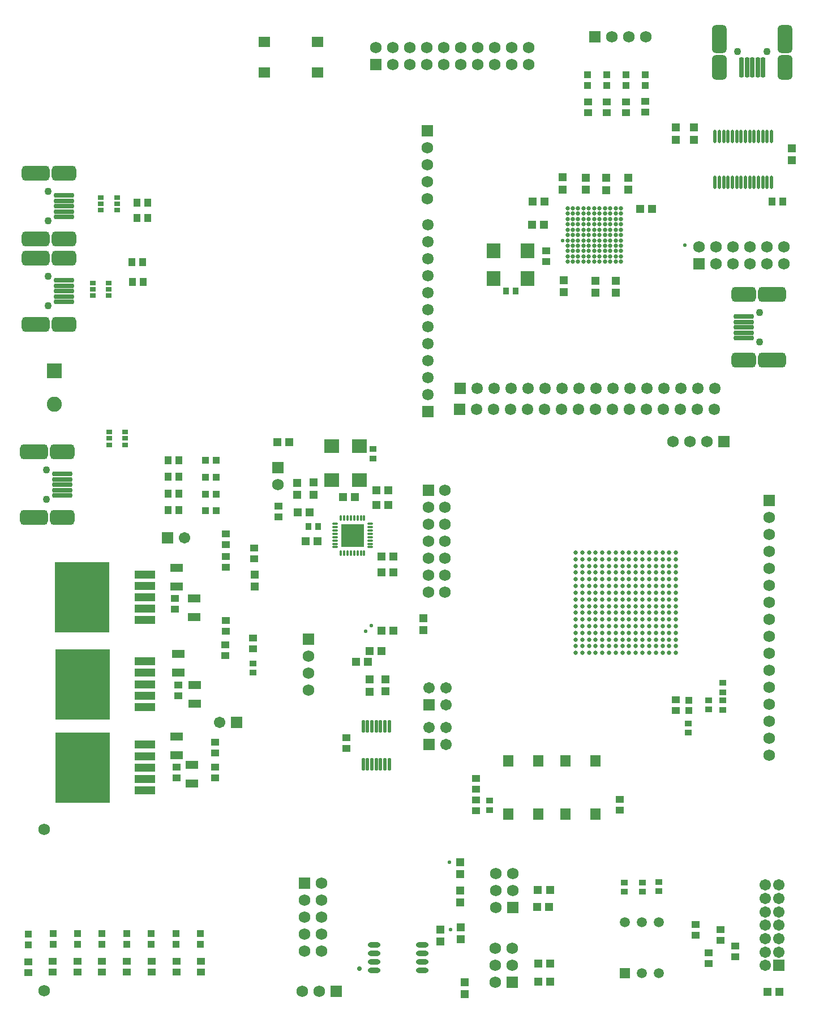
<source format=gts>
G04 Layer_Color=8388736*
%FSLAX44Y44*%
%MOMM*%
G71*
G01*
G75*
%ADD91R,1.2032X1.1032*%
%ADD92R,1.3032X1.3032*%
%ADD93R,1.0032X1.0032*%
%ADD94R,0.9032X0.6532*%
%ADD95R,1.1032X0.9032*%
%ADD96R,1.1032X1.2032*%
%ADD97R,1.3032X1.3032*%
%ADD98O,0.5532X1.9032*%
%ADD99C,0.6532*%
%ADD100O,1.9032X0.8032*%
%ADD101R,1.7532X1.5032*%
%ADD102R,2.0032X2.2032*%
G04:AMPARAMS|DCode=103|XSize=3.7032mm|YSize=2.2532mm|CornerRadius=0.6141mm|HoleSize=0mm|Usage=FLASHONLY|Rotation=180.000|XOffset=0mm|YOffset=0mm|HoleType=Round|Shape=RoundedRectangle|*
%AMROUNDEDRECTD103*
21,1,3.7032,1.0250,0,0,180.0*
21,1,2.4750,2.2532,0,0,180.0*
1,1,1.2282,-1.2375,0.5125*
1,1,1.2282,1.2375,0.5125*
1,1,1.2282,1.2375,-0.5125*
1,1,1.2282,-1.2375,-0.5125*
%
%ADD103ROUNDEDRECTD103*%
G04:AMPARAMS|DCode=104|XSize=4.2032mm|YSize=2.2532mm|CornerRadius=0.6141mm|HoleSize=0mm|Usage=FLASHONLY|Rotation=180.000|XOffset=0mm|YOffset=0mm|HoleType=Round|Shape=RoundedRectangle|*
%AMROUNDEDRECTD104*
21,1,4.2032,1.0250,0,0,180.0*
21,1,2.9750,2.2532,0,0,180.0*
1,1,1.2282,-1.4875,0.5125*
1,1,1.2282,1.4875,0.5125*
1,1,1.2282,1.4875,-0.5125*
1,1,1.2282,-1.4875,-0.5125*
%
%ADD104ROUNDEDRECTD104*%
G04:AMPARAMS|DCode=105|XSize=3.7032mm|YSize=2.2532mm|CornerRadius=0.6141mm|HoleSize=0mm|Usage=FLASHONLY|Rotation=180.000|XOffset=0mm|YOffset=0mm|HoleType=Round|Shape=RoundedRectangle|*
%AMROUNDEDRECTD105*
21,1,3.7032,1.0250,0,0,180.0*
21,1,2.4750,2.2532,0,0,180.0*
1,1,1.2282,-1.2375,0.5125*
1,1,1.2282,1.2375,0.5125*
1,1,1.2282,1.2375,-0.5125*
1,1,1.2282,-1.2375,-0.5125*
%
%ADD105ROUNDEDRECTD105*%
G04:AMPARAMS|DCode=106|XSize=3.0032mm|YSize=0.7032mm|CornerRadius=0.2266mm|HoleSize=0mm|Usage=FLASHONLY|Rotation=180.000|XOffset=0mm|YOffset=0mm|HoleType=Round|Shape=RoundedRectangle|*
%AMROUNDEDRECTD106*
21,1,3.0032,0.2500,0,0,180.0*
21,1,2.5500,0.7032,0,0,180.0*
1,1,0.4532,-1.2750,0.1250*
1,1,0.4532,1.2750,0.1250*
1,1,0.4532,1.2750,-0.1250*
1,1,0.4532,-1.2750,-0.1250*
%
%ADD106ROUNDEDRECTD106*%
%ADD107O,0.5532X2.0032*%
%ADD108R,0.9032X1.1032*%
%ADD109R,1.0032X1.0032*%
%ADD110R,1.5032X1.7532*%
%ADD111R,1.9032X1.1532*%
%ADD112R,3.4400X3.4400*%
%ADD113O,0.8300X0.4200*%
%ADD114O,0.4200X0.8300*%
%ADD115R,2.2032X2.0032*%
G04:AMPARAMS|DCode=116|XSize=3.7032mm|YSize=2.2532mm|CornerRadius=0.6141mm|HoleSize=0mm|Usage=FLASHONLY|Rotation=90.000|XOffset=0mm|YOffset=0mm|HoleType=Round|Shape=RoundedRectangle|*
%AMROUNDEDRECTD116*
21,1,3.7032,1.0250,0,0,90.0*
21,1,2.4750,2.2532,0,0,90.0*
1,1,1.2282,0.5125,1.2375*
1,1,1.2282,0.5125,-1.2375*
1,1,1.2282,-0.5125,-1.2375*
1,1,1.2282,-0.5125,1.2375*
%
%ADD116ROUNDEDRECTD116*%
G04:AMPARAMS|DCode=117|XSize=4.2032mm|YSize=2.2532mm|CornerRadius=0.6141mm|HoleSize=0mm|Usage=FLASHONLY|Rotation=90.000|XOffset=0mm|YOffset=0mm|HoleType=Round|Shape=RoundedRectangle|*
%AMROUNDEDRECTD117*
21,1,4.2032,1.0250,0,0,90.0*
21,1,2.9750,2.2532,0,0,90.0*
1,1,1.2282,0.5125,1.4875*
1,1,1.2282,0.5125,-1.4875*
1,1,1.2282,-0.5125,-1.4875*
1,1,1.2282,-0.5125,1.4875*
%
%ADD117ROUNDEDRECTD117*%
G04:AMPARAMS|DCode=118|XSize=3.7032mm|YSize=2.2532mm|CornerRadius=0.6141mm|HoleSize=0mm|Usage=FLASHONLY|Rotation=90.000|XOffset=0mm|YOffset=0mm|HoleType=Round|Shape=RoundedRectangle|*
%AMROUNDEDRECTD118*
21,1,3.7032,1.0250,0,0,90.0*
21,1,2.4750,2.2532,0,0,90.0*
1,1,1.2282,0.5125,1.2375*
1,1,1.2282,0.5125,-1.2375*
1,1,1.2282,-0.5125,-1.2375*
1,1,1.2282,-0.5125,1.2375*
%
%ADD118ROUNDEDRECTD118*%
G04:AMPARAMS|DCode=119|XSize=3.0032mm|YSize=0.7032mm|CornerRadius=0.2266mm|HoleSize=0mm|Usage=FLASHONLY|Rotation=90.000|XOffset=0mm|YOffset=0mm|HoleType=Round|Shape=RoundedRectangle|*
%AMROUNDEDRECTD119*
21,1,3.0032,0.2500,0,0,90.0*
21,1,2.5500,0.7032,0,0,90.0*
1,1,0.4532,0.1250,1.2750*
1,1,0.4532,0.1250,-1.2750*
1,1,0.4532,-0.1250,-1.2750*
1,1,0.4532,-0.1250,1.2750*
%
%ADD119ROUNDEDRECTD119*%
%ADD120R,8.2032X10.6032*%
%ADD121R,3.1032X1.2032*%
%ADD122R,1.7532X1.7532*%
%ADD123C,1.7532*%
%ADD124R,1.7232X1.7232*%
%ADD125C,1.7232*%
%ADD126R,1.7232X1.7232*%
%ADD127R,1.7532X1.7532*%
%ADD128R,2.2532X2.2532*%
%ADD129C,2.2532*%
%ADD130C,1.1032*%
%ADD131R,1.7032X1.7032*%
%ADD132C,1.7032*%
%ADD133R,1.7032X1.7032*%
%ADD134R,1.5032X1.5032*%
%ADD135C,1.5032*%
%ADD136C,0.5532*%
%ADD137C,0.7032*%
D91*
X333500Y698000D02*
D03*
Y714000D02*
D03*
X333750Y664250D02*
D03*
Y680250D02*
D03*
X296749Y58750D02*
D03*
Y74750D02*
D03*
X259750Y58750D02*
D03*
Y74750D02*
D03*
X222750Y58749D02*
D03*
Y74749D02*
D03*
X185749Y58750D02*
D03*
Y74750D02*
D03*
X148749Y58750D02*
D03*
Y74750D02*
D03*
X111750Y58750D02*
D03*
Y74750D02*
D03*
X74749Y58749D02*
D03*
Y74749D02*
D03*
X38250Y58250D02*
D03*
Y74250D02*
D03*
X1006750Y466250D02*
D03*
Y450250D02*
D03*
X1036500Y130250D02*
D03*
Y114250D02*
D03*
X1074000Y122250D02*
D03*
Y106250D02*
D03*
X1095500Y82000D02*
D03*
Y98000D02*
D03*
X1056167Y71750D02*
D03*
Y87750D02*
D03*
X960767Y1345000D02*
D03*
Y1361000D02*
D03*
X875439Y1344294D02*
D03*
Y1360294D02*
D03*
X903882Y1344500D02*
D03*
Y1360500D02*
D03*
X932324Y1344250D02*
D03*
Y1360250D02*
D03*
X514500Y409250D02*
D03*
Y393250D02*
D03*
X813250Y1121750D02*
D03*
Y1137750D02*
D03*
X317700Y386700D02*
D03*
Y402700D02*
D03*
X317450Y349450D02*
D03*
Y365450D02*
D03*
X376500Y677250D02*
D03*
Y693250D02*
D03*
X333250Y532250D02*
D03*
Y548250D02*
D03*
X333500Y568500D02*
D03*
Y584500D02*
D03*
X412750Y739700D02*
D03*
Y755700D02*
D03*
X260500Y365250D02*
D03*
Y349250D02*
D03*
X262500Y488000D02*
D03*
Y472000D02*
D03*
X374750Y542750D02*
D03*
Y558750D02*
D03*
X257500Y618000D02*
D03*
Y602000D02*
D03*
X707750Y300500D02*
D03*
Y316500D02*
D03*
X707750Y348250D02*
D03*
Y332250D02*
D03*
X923250Y301250D02*
D03*
Y317250D02*
D03*
D92*
X584500Y656700D02*
D03*
X566500D02*
D03*
X1162000Y29000D02*
D03*
X1144000D02*
D03*
X818500Y181500D02*
D03*
X800500D02*
D03*
X817500Y156000D02*
D03*
X799500D02*
D03*
X819250Y44500D02*
D03*
X801250D02*
D03*
X819000Y71500D02*
D03*
X801000D02*
D03*
X584250Y680700D02*
D03*
X566250D02*
D03*
X508750Y769700D02*
D03*
X526750D02*
D03*
X792250Y1211250D02*
D03*
X810250D02*
D03*
X792000Y1177000D02*
D03*
X810000D02*
D03*
X452750Y702950D02*
D03*
X470750D02*
D03*
X576999Y757450D02*
D03*
X558999D02*
D03*
X528500Y523000D02*
D03*
X546500D02*
D03*
X566750Y539000D02*
D03*
X548750D02*
D03*
X584750Y569750D02*
D03*
X566750D02*
D03*
X971250Y1200500D02*
D03*
X953250D02*
D03*
X441000Y746700D02*
D03*
X459000D02*
D03*
X428750Y851450D02*
D03*
X410750D02*
D03*
X576750Y779450D02*
D03*
X558750D02*
D03*
D93*
X295750Y116250D02*
D03*
Y100250D02*
D03*
X259000Y116250D02*
D03*
Y100250D02*
D03*
X222250Y116250D02*
D03*
Y100250D02*
D03*
X185500Y116250D02*
D03*
Y100250D02*
D03*
X148750Y116250D02*
D03*
Y100250D02*
D03*
X112000Y116250D02*
D03*
Y100250D02*
D03*
X1026750Y449750D02*
D03*
Y465750D02*
D03*
X38000Y116000D02*
D03*
Y100000D02*
D03*
X75250Y116250D02*
D03*
Y100250D02*
D03*
X874689Y1384750D02*
D03*
Y1400750D02*
D03*
X903631Y1384750D02*
D03*
Y1400750D02*
D03*
X932574Y1384750D02*
D03*
Y1400750D02*
D03*
X961517Y1384750D02*
D03*
Y1400750D02*
D03*
D94*
X158750Y1089750D02*
D03*
Y1080250D02*
D03*
Y1070750D02*
D03*
X134750D02*
D03*
Y1080250D02*
D03*
Y1089750D02*
D03*
X159250Y847500D02*
D03*
Y857000D02*
D03*
Y866500D02*
D03*
X183250D02*
D03*
Y857000D02*
D03*
Y847500D02*
D03*
X171000Y1217500D02*
D03*
Y1208000D02*
D03*
Y1198500D02*
D03*
X147000D02*
D03*
Y1208000D02*
D03*
Y1217500D02*
D03*
D95*
X1056250Y451750D02*
D03*
Y465750D02*
D03*
X1025750Y416750D02*
D03*
Y430750D02*
D03*
X1077250Y477500D02*
D03*
Y491500D02*
D03*
X1077250Y451250D02*
D03*
Y465250D02*
D03*
X981250Y180000D02*
D03*
Y194000D02*
D03*
X956750Y179000D02*
D03*
Y193000D02*
D03*
X930000Y179000D02*
D03*
Y193000D02*
D03*
X373984Y520750D02*
D03*
Y506750D02*
D03*
X553750Y827200D02*
D03*
Y841200D02*
D03*
X728250Y301250D02*
D03*
Y315250D02*
D03*
D96*
X263750Y799666D02*
D03*
X247750D02*
D03*
X247750Y749500D02*
D03*
X263750D02*
D03*
X247750Y774583D02*
D03*
X263750D02*
D03*
X263750Y824750D02*
D03*
X247750D02*
D03*
X1167000Y1211000D02*
D03*
X1151000D02*
D03*
X216750Y1186750D02*
D03*
X200750D02*
D03*
X217000Y1210000D02*
D03*
X201000D02*
D03*
X209000Y1121000D02*
D03*
X193000D02*
D03*
X210000Y1091000D02*
D03*
X194000D02*
D03*
D97*
X1006700Y1304002D02*
D03*
Y1322002D02*
D03*
X1033950Y1304002D02*
D03*
Y1322002D02*
D03*
X691250Y25750D02*
D03*
Y43750D02*
D03*
X685000Y126000D02*
D03*
Y108000D02*
D03*
X684250Y163250D02*
D03*
Y181250D02*
D03*
Y223250D02*
D03*
Y205250D02*
D03*
X654250Y122500D02*
D03*
Y104500D02*
D03*
X935750Y1228750D02*
D03*
Y1246750D02*
D03*
X839500Y1075500D02*
D03*
Y1093500D02*
D03*
X902750Y1246500D02*
D03*
Y1228500D02*
D03*
X872000Y1247250D02*
D03*
Y1229250D02*
D03*
X837250Y1247500D02*
D03*
Y1229500D02*
D03*
X916750Y1092750D02*
D03*
Y1074750D02*
D03*
X886250D02*
D03*
Y1092750D02*
D03*
X376750Y635500D02*
D03*
Y653500D02*
D03*
X548500Y478500D02*
D03*
Y496500D02*
D03*
X572750Y478750D02*
D03*
Y496750D02*
D03*
X440750Y790450D02*
D03*
Y772450D02*
D03*
X465250Y790950D02*
D03*
Y772950D02*
D03*
X629500Y588500D02*
D03*
Y570500D02*
D03*
X1180200Y1290752D02*
D03*
Y1272752D02*
D03*
D98*
X578250Y426500D02*
D03*
X571750D02*
D03*
X565250D02*
D03*
X558750D02*
D03*
X552250D02*
D03*
X545750D02*
D03*
X539250D02*
D03*
X578250Y369500D02*
D03*
X571750D02*
D03*
X565250D02*
D03*
X558750D02*
D03*
X552250D02*
D03*
X545750D02*
D03*
X539250D02*
D03*
D99*
X856973Y686352D02*
D03*
X866973D02*
D03*
X876973D02*
D03*
X886973D02*
D03*
X896973D02*
D03*
X906973D02*
D03*
X916973D02*
D03*
X926973D02*
D03*
X936973D02*
D03*
X946973D02*
D03*
X956973D02*
D03*
X966973D02*
D03*
X976973D02*
D03*
X986973D02*
D03*
X996973D02*
D03*
X1006973D02*
D03*
X856973Y676352D02*
D03*
X866973D02*
D03*
X876973D02*
D03*
X886973D02*
D03*
X896973D02*
D03*
X906973D02*
D03*
X916973D02*
D03*
X926973D02*
D03*
X936973D02*
D03*
X946973D02*
D03*
X956973D02*
D03*
X966973D02*
D03*
X976973D02*
D03*
X986973D02*
D03*
X996973D02*
D03*
X1006973D02*
D03*
X856973Y666352D02*
D03*
X866973D02*
D03*
X876973D02*
D03*
X886973D02*
D03*
X896973D02*
D03*
X906973D02*
D03*
X916973D02*
D03*
X926973D02*
D03*
X936973D02*
D03*
X946973D02*
D03*
X956973D02*
D03*
X966973D02*
D03*
X976973D02*
D03*
X986973D02*
D03*
X996973D02*
D03*
X1006973D02*
D03*
X856973Y656352D02*
D03*
X866973D02*
D03*
X876973D02*
D03*
X886973D02*
D03*
X896973D02*
D03*
X906973D02*
D03*
X916973D02*
D03*
X926973D02*
D03*
X936973D02*
D03*
X946973D02*
D03*
X956973D02*
D03*
X966973D02*
D03*
X976973D02*
D03*
X986973D02*
D03*
X996973D02*
D03*
X1006973D02*
D03*
X856973Y646352D02*
D03*
X866973D02*
D03*
X876973D02*
D03*
X886973D02*
D03*
X896973D02*
D03*
X906973D02*
D03*
X916973D02*
D03*
X926973D02*
D03*
X936973D02*
D03*
X946973D02*
D03*
X956973D02*
D03*
X966973D02*
D03*
X976973D02*
D03*
X986973D02*
D03*
X996973D02*
D03*
X1006973D02*
D03*
X856973Y636352D02*
D03*
X866973D02*
D03*
X876973D02*
D03*
X886973D02*
D03*
X896973D02*
D03*
X906973D02*
D03*
X916973D02*
D03*
X926973D02*
D03*
X936973D02*
D03*
X946973D02*
D03*
X956973D02*
D03*
X966973D02*
D03*
X976973D02*
D03*
X986973D02*
D03*
X996973D02*
D03*
X1006973D02*
D03*
X856973Y626352D02*
D03*
X866973D02*
D03*
X876973D02*
D03*
X886973D02*
D03*
X896973D02*
D03*
X906973D02*
D03*
X916973D02*
D03*
X926973D02*
D03*
X936973D02*
D03*
X946973D02*
D03*
X956973D02*
D03*
X966973D02*
D03*
X976973D02*
D03*
X986973D02*
D03*
X996973D02*
D03*
X1006973D02*
D03*
X856973Y616352D02*
D03*
X866973D02*
D03*
X876973D02*
D03*
X886973D02*
D03*
X896973D02*
D03*
X906973D02*
D03*
X916973D02*
D03*
X926973D02*
D03*
X936973D02*
D03*
X946973D02*
D03*
X956973D02*
D03*
X966973D02*
D03*
X976973D02*
D03*
X986973D02*
D03*
X996973D02*
D03*
X1006973D02*
D03*
X856973Y606352D02*
D03*
X866973D02*
D03*
X876973D02*
D03*
X886973D02*
D03*
X896973D02*
D03*
X906973D02*
D03*
X916973D02*
D03*
X926973D02*
D03*
X936973D02*
D03*
X946973D02*
D03*
X956973D02*
D03*
X966973D02*
D03*
X976973D02*
D03*
X986973D02*
D03*
X996973D02*
D03*
X1006973D02*
D03*
X856973Y596351D02*
D03*
X866973D02*
D03*
X876973D02*
D03*
X886973D02*
D03*
X896973D02*
D03*
X906973D02*
D03*
X916973D02*
D03*
X926973D02*
D03*
X936973D02*
D03*
X946973D02*
D03*
X956973D02*
D03*
X966973D02*
D03*
X976973D02*
D03*
X986973D02*
D03*
X996973D02*
D03*
X1006973D02*
D03*
X856973Y586351D02*
D03*
X866973D02*
D03*
X876973D02*
D03*
X886973D02*
D03*
X896973D02*
D03*
X906973D02*
D03*
X916973D02*
D03*
X926973D02*
D03*
X936973D02*
D03*
X946973D02*
D03*
X956973D02*
D03*
X966973D02*
D03*
X976973D02*
D03*
X986973D02*
D03*
X996973D02*
D03*
X1006973D02*
D03*
X856973Y576351D02*
D03*
X866973D02*
D03*
X876973D02*
D03*
X886973D02*
D03*
X896973D02*
D03*
X906973D02*
D03*
X916973D02*
D03*
X926973D02*
D03*
X936973D02*
D03*
X946973D02*
D03*
X956973D02*
D03*
X966973D02*
D03*
X976973D02*
D03*
X986973D02*
D03*
X996973D02*
D03*
X1006973D02*
D03*
X856973Y566351D02*
D03*
X866973D02*
D03*
X876973D02*
D03*
X886973D02*
D03*
X896973D02*
D03*
X906973D02*
D03*
X916973D02*
D03*
X926973D02*
D03*
X936973D02*
D03*
X946973D02*
D03*
X956973D02*
D03*
X966973D02*
D03*
X976973D02*
D03*
X986973D02*
D03*
X996973D02*
D03*
X1006973D02*
D03*
X856973Y556351D02*
D03*
X866973D02*
D03*
X876973D02*
D03*
X886973D02*
D03*
X896973D02*
D03*
X906973D02*
D03*
X916973D02*
D03*
X926973D02*
D03*
X936973D02*
D03*
X946973D02*
D03*
X956973D02*
D03*
X966973D02*
D03*
X976973D02*
D03*
X986973D02*
D03*
X996973D02*
D03*
X1006973D02*
D03*
X856973Y546351D02*
D03*
X866973D02*
D03*
X876973D02*
D03*
X886973D02*
D03*
X896973D02*
D03*
X906973D02*
D03*
X916973D02*
D03*
X926973D02*
D03*
X936973D02*
D03*
X946973D02*
D03*
X956973D02*
D03*
X966973D02*
D03*
X976973D02*
D03*
X986973D02*
D03*
X996973D02*
D03*
X1006973D02*
D03*
X856973Y536351D02*
D03*
X866973D02*
D03*
X876973D02*
D03*
X886973D02*
D03*
X896973D02*
D03*
X906973D02*
D03*
X916973D02*
D03*
X926973D02*
D03*
X936973D02*
D03*
X946973D02*
D03*
X956973D02*
D03*
X966973D02*
D03*
X976973D02*
D03*
X986973D02*
D03*
X996973D02*
D03*
X1006973D02*
D03*
X924748Y1201242D02*
D03*
Y1193242D02*
D03*
Y1185241D02*
D03*
Y1177242D02*
D03*
Y1169241D02*
D03*
Y1161242D02*
D03*
Y1153242D02*
D03*
Y1145242D02*
D03*
Y1137241D02*
D03*
Y1129241D02*
D03*
Y1121241D02*
D03*
X916748Y1201242D02*
D03*
Y1193242D02*
D03*
Y1185241D02*
D03*
Y1177242D02*
D03*
Y1169241D02*
D03*
Y1161242D02*
D03*
Y1153242D02*
D03*
Y1145242D02*
D03*
Y1137241D02*
D03*
Y1129241D02*
D03*
Y1121241D02*
D03*
X908748Y1201242D02*
D03*
Y1193242D02*
D03*
Y1185241D02*
D03*
Y1177242D02*
D03*
Y1169241D02*
D03*
Y1161242D02*
D03*
Y1153242D02*
D03*
Y1145242D02*
D03*
Y1137241D02*
D03*
Y1129241D02*
D03*
Y1121241D02*
D03*
X900748Y1201242D02*
D03*
Y1193242D02*
D03*
Y1185241D02*
D03*
Y1177242D02*
D03*
Y1169241D02*
D03*
Y1161242D02*
D03*
Y1153242D02*
D03*
Y1145242D02*
D03*
Y1137241D02*
D03*
Y1129241D02*
D03*
Y1121241D02*
D03*
X892748Y1201242D02*
D03*
Y1193242D02*
D03*
Y1185241D02*
D03*
Y1177242D02*
D03*
Y1169241D02*
D03*
Y1161242D02*
D03*
Y1153242D02*
D03*
Y1145242D02*
D03*
Y1137241D02*
D03*
Y1129241D02*
D03*
Y1121241D02*
D03*
X884748Y1201242D02*
D03*
Y1193242D02*
D03*
Y1185241D02*
D03*
Y1177242D02*
D03*
Y1169241D02*
D03*
Y1161242D02*
D03*
Y1153242D02*
D03*
Y1145242D02*
D03*
Y1137241D02*
D03*
Y1129241D02*
D03*
Y1121241D02*
D03*
X876748Y1201242D02*
D03*
Y1193242D02*
D03*
Y1185241D02*
D03*
Y1177242D02*
D03*
Y1169241D02*
D03*
Y1161242D02*
D03*
Y1153242D02*
D03*
Y1145242D02*
D03*
Y1137241D02*
D03*
Y1129241D02*
D03*
Y1121241D02*
D03*
X868748Y1201242D02*
D03*
Y1193242D02*
D03*
Y1185241D02*
D03*
Y1177242D02*
D03*
Y1169241D02*
D03*
Y1161242D02*
D03*
Y1153242D02*
D03*
Y1145242D02*
D03*
Y1137241D02*
D03*
Y1129241D02*
D03*
Y1121241D02*
D03*
X860748Y1201242D02*
D03*
Y1193242D02*
D03*
Y1185241D02*
D03*
Y1177242D02*
D03*
Y1169241D02*
D03*
Y1161242D02*
D03*
Y1153242D02*
D03*
Y1145242D02*
D03*
Y1137241D02*
D03*
Y1129241D02*
D03*
Y1121241D02*
D03*
X852748Y1201242D02*
D03*
Y1193242D02*
D03*
Y1185241D02*
D03*
Y1177242D02*
D03*
Y1169241D02*
D03*
Y1161242D02*
D03*
Y1153242D02*
D03*
Y1145242D02*
D03*
Y1137241D02*
D03*
Y1129241D02*
D03*
Y1121241D02*
D03*
X844748Y1201242D02*
D03*
Y1193242D02*
D03*
Y1185241D02*
D03*
Y1177242D02*
D03*
Y1169241D02*
D03*
Y1161242D02*
D03*
Y1153242D02*
D03*
Y1145242D02*
D03*
Y1137241D02*
D03*
Y1129241D02*
D03*
Y1121241D02*
D03*
D100*
X627500Y61700D02*
D03*
Y74400D02*
D03*
Y87100D02*
D03*
Y99800D02*
D03*
X556000Y61700D02*
D03*
Y74400D02*
D03*
Y87100D02*
D03*
Y99800D02*
D03*
D101*
X470500Y1449750D02*
D03*
Y1404750D02*
D03*
X391000D02*
D03*
Y1449750D02*
D03*
D102*
X734450Y1137750D02*
D03*
X785250D02*
D03*
Y1095750D02*
D03*
X734450D02*
D03*
D103*
X89250Y837000D02*
D03*
X1108500Y974000D02*
D03*
X91750Y1253750D02*
D03*
X91500Y1126500D02*
D03*
D104*
X46750Y837000D02*
D03*
Y738500D02*
D03*
X1151000Y974000D02*
D03*
Y1072500D02*
D03*
X49250Y1253750D02*
D03*
Y1155250D02*
D03*
X49000Y1126500D02*
D03*
Y1028000D02*
D03*
D105*
X89250Y738500D02*
D03*
X1108500Y1072500D02*
D03*
X91750Y1155250D02*
D03*
X91500Y1028000D02*
D03*
D106*
X89000Y795750D02*
D03*
Y803750D02*
D03*
Y779750D02*
D03*
Y771750D02*
D03*
Y787750D02*
D03*
X1108750Y1015250D02*
D03*
Y1007250D02*
D03*
Y1031250D02*
D03*
Y1039250D02*
D03*
Y1023250D02*
D03*
X91500Y1212500D02*
D03*
Y1220500D02*
D03*
Y1196500D02*
D03*
Y1188500D02*
D03*
Y1204500D02*
D03*
X91250Y1085250D02*
D03*
Y1093250D02*
D03*
Y1069250D02*
D03*
Y1061250D02*
D03*
Y1077250D02*
D03*
D107*
X1065400Y1240500D02*
D03*
X1071900D02*
D03*
X1078400D02*
D03*
X1084900D02*
D03*
X1091400D02*
D03*
X1097900D02*
D03*
X1104400D02*
D03*
X1110900D02*
D03*
X1117400D02*
D03*
X1123900D02*
D03*
X1130400D02*
D03*
X1136900D02*
D03*
X1143400D02*
D03*
X1149900D02*
D03*
X1065400Y1308500D02*
D03*
X1071900D02*
D03*
X1078400D02*
D03*
X1084900D02*
D03*
X1091400D02*
D03*
X1097900D02*
D03*
X1104400D02*
D03*
X1110900D02*
D03*
X1117400D02*
D03*
X1123900D02*
D03*
X1130400D02*
D03*
X1136900D02*
D03*
X1143400D02*
D03*
X1149900D02*
D03*
D108*
X767250Y1077250D02*
D03*
X753250D02*
D03*
X471500Y725700D02*
D03*
X457500D02*
D03*
D109*
X303500Y748749D02*
D03*
X319500D02*
D03*
X303500Y773833D02*
D03*
X319500D02*
D03*
X303500Y798916D02*
D03*
X319500D02*
D03*
X303500Y823999D02*
D03*
X319500D02*
D03*
D110*
X756500Y374750D02*
D03*
X801500D02*
D03*
Y295250D02*
D03*
X756500D02*
D03*
X842000Y374750D02*
D03*
X887000D02*
D03*
Y295250D02*
D03*
X842000D02*
D03*
D111*
X282750Y369000D02*
D03*
Y341000D02*
D03*
X259750Y411500D02*
D03*
Y383500D02*
D03*
X287500Y488500D02*
D03*
Y460500D02*
D03*
X263000Y534750D02*
D03*
Y506750D02*
D03*
X286500Y617500D02*
D03*
Y589500D02*
D03*
X259750Y663250D02*
D03*
Y635250D02*
D03*
D112*
X523250Y711950D02*
D03*
D113*
X497050Y729450D02*
D03*
Y724450D02*
D03*
Y719450D02*
D03*
Y714450D02*
D03*
Y709450D02*
D03*
Y704450D02*
D03*
Y699450D02*
D03*
Y694450D02*
D03*
X549450D02*
D03*
Y699450D02*
D03*
Y704450D02*
D03*
Y709450D02*
D03*
Y714450D02*
D03*
Y719450D02*
D03*
Y724450D02*
D03*
Y729450D02*
D03*
D114*
X505750Y685750D02*
D03*
X510750D02*
D03*
X515750D02*
D03*
X520750D02*
D03*
X525750D02*
D03*
X530750D02*
D03*
X535750D02*
D03*
X540750D02*
D03*
Y738150D02*
D03*
X535750D02*
D03*
X530750D02*
D03*
X525750D02*
D03*
X520750D02*
D03*
X515750D02*
D03*
X510750D02*
D03*
X505750D02*
D03*
D115*
X533750Y845250D02*
D03*
Y794450D02*
D03*
X491750D02*
D03*
Y845250D02*
D03*
D116*
X1170500Y1412000D02*
D03*
D117*
Y1454500D02*
D03*
X1072000D02*
D03*
D118*
Y1412000D02*
D03*
D119*
X1129250Y1412250D02*
D03*
X1137250D02*
D03*
X1113250D02*
D03*
X1105250D02*
D03*
X1121250D02*
D03*
D120*
X119000Y619750D02*
D03*
X119500Y489500D02*
D03*
X119500Y365000D02*
D03*
D121*
X212500Y653750D02*
D03*
Y636750D02*
D03*
Y619750D02*
D03*
Y602750D02*
D03*
Y585750D02*
D03*
X213000Y523500D02*
D03*
Y506500D02*
D03*
Y489500D02*
D03*
Y472500D02*
D03*
Y455500D02*
D03*
X213000Y399000D02*
D03*
Y382000D02*
D03*
Y365000D02*
D03*
Y348000D02*
D03*
Y331000D02*
D03*
D122*
X885617Y1457750D02*
D03*
X558200Y1416250D02*
D03*
X1041200Y1118352D02*
D03*
X1078950Y852000D02*
D03*
X498650Y30000D02*
D03*
D123*
X911017Y1457750D02*
D03*
X936417D02*
D03*
X961817D02*
D03*
X1146250Y383450D02*
D03*
Y408850D02*
D03*
Y434250D02*
D03*
Y459650D02*
D03*
Y485050D02*
D03*
Y510450D02*
D03*
Y535850D02*
D03*
Y561250D02*
D03*
Y586650D02*
D03*
Y612050D02*
D03*
Y637450D02*
D03*
Y662850D02*
D03*
Y688250D02*
D03*
Y713650D02*
D03*
Y739050D02*
D03*
X637000Y753750D02*
D03*
Y728350D02*
D03*
Y702950D02*
D03*
Y677550D02*
D03*
Y652150D02*
D03*
Y626750D02*
D03*
X661500Y779150D02*
D03*
Y753750D02*
D03*
Y728350D02*
D03*
Y702950D02*
D03*
Y677550D02*
D03*
Y652150D02*
D03*
Y626750D02*
D03*
X737850Y206050D02*
D03*
Y180650D02*
D03*
Y155250D02*
D03*
X763250Y206050D02*
D03*
Y180650D02*
D03*
X736750Y94650D02*
D03*
Y69250D02*
D03*
Y43850D02*
D03*
X762150Y94650D02*
D03*
Y69250D02*
D03*
X786800Y1441650D02*
D03*
Y1416250D02*
D03*
X761400Y1441650D02*
D03*
Y1416250D02*
D03*
X736000Y1441650D02*
D03*
Y1416250D02*
D03*
X710600D02*
D03*
Y1441650D02*
D03*
X685200D02*
D03*
Y1416250D02*
D03*
X659800Y1441650D02*
D03*
X558200D02*
D03*
X583600Y1416250D02*
D03*
Y1441650D02*
D03*
X609000Y1416250D02*
D03*
Y1441650D02*
D03*
X634400Y1416250D02*
D03*
Y1441650D02*
D03*
X659800Y1416250D02*
D03*
X62250Y272750D02*
D03*
Y30750D02*
D03*
X457000Y531500D02*
D03*
Y506100D02*
D03*
Y480700D02*
D03*
X411499Y788050D02*
D03*
X1066600Y1118352D02*
D03*
X1092000D02*
D03*
X1117400D02*
D03*
X1142800D02*
D03*
X1168200D02*
D03*
X1041200Y1143752D02*
D03*
X1066600D02*
D03*
X1092000D02*
D03*
X1117400D02*
D03*
X1142800D02*
D03*
X1168200D02*
D03*
X635500Y1291900D02*
D03*
Y1266500D02*
D03*
Y1241100D02*
D03*
Y1215700D02*
D03*
X1053550Y852000D02*
D03*
X1028150D02*
D03*
X1002750D02*
D03*
X473250Y30000D02*
D03*
X447850D02*
D03*
X477000Y90150D02*
D03*
Y115550D02*
D03*
Y140950D02*
D03*
Y166350D02*
D03*
Y191750D02*
D03*
X451600Y90150D02*
D03*
Y115550D02*
D03*
Y140950D02*
D03*
Y166350D02*
D03*
D124*
X636000Y897200D02*
D03*
D125*
Y922600D02*
D03*
Y948000D02*
D03*
Y973400D02*
D03*
Y998800D02*
D03*
Y1024200D02*
D03*
Y1049600D02*
D03*
Y1075000D02*
D03*
Y1100400D02*
D03*
Y1125800D02*
D03*
Y1151200D02*
D03*
Y1176600D02*
D03*
X1065050Y931750D02*
D03*
X1039650D02*
D03*
X1014250D02*
D03*
X988850D02*
D03*
X963450D02*
D03*
X938050D02*
D03*
X912650D02*
D03*
X887250D02*
D03*
X861850D02*
D03*
X836450D02*
D03*
X811050D02*
D03*
X785650D02*
D03*
X760250D02*
D03*
X734850D02*
D03*
X709450D02*
D03*
X1064650Y900250D02*
D03*
X1039250D02*
D03*
X1013850D02*
D03*
X988450D02*
D03*
X963050D02*
D03*
X937650D02*
D03*
X912250D02*
D03*
X886850D02*
D03*
X861450D02*
D03*
X836050D02*
D03*
X810650D02*
D03*
X785250D02*
D03*
X759850D02*
D03*
X734450D02*
D03*
X709050D02*
D03*
D126*
X684050Y931750D02*
D03*
X683650Y900250D02*
D03*
D127*
X1146250Y764450D02*
D03*
X637000Y779150D02*
D03*
X763250Y155250D02*
D03*
X762150Y43850D02*
D03*
X457000Y556900D02*
D03*
X411499Y813450D02*
D03*
X635500Y1317300D02*
D03*
X451600Y191750D02*
D03*
D128*
X77250Y958250D02*
D03*
D129*
Y908250D02*
D03*
D130*
X65750Y809750D02*
D03*
Y765750D02*
D03*
X1132000Y1001250D02*
D03*
Y1045250D02*
D03*
X1143250Y1435500D02*
D03*
X1099250D02*
D03*
X68250Y1226500D02*
D03*
Y1182500D02*
D03*
X68000Y1099250D02*
D03*
Y1055250D02*
D03*
D131*
X1160750Y69000D02*
D03*
X637750Y399000D02*
D03*
Y458750D02*
D03*
D132*
X1140750Y69000D02*
D03*
X1160750Y89000D02*
D03*
X1140750D02*
D03*
X1160750Y109000D02*
D03*
X1140750D02*
D03*
X1160750Y129000D02*
D03*
X1140750D02*
D03*
X1160750Y149000D02*
D03*
X1140750D02*
D03*
X1160750Y169000D02*
D03*
X1140750D02*
D03*
X1160750Y189000D02*
D03*
X1140750D02*
D03*
X271900Y708250D02*
D03*
X324750Y432500D02*
D03*
X663150Y424400D02*
D03*
Y399000D02*
D03*
X637750Y424400D02*
D03*
X663150Y484150D02*
D03*
Y458750D02*
D03*
X637750Y484150D02*
D03*
D133*
X246500Y708250D02*
D03*
X350150Y432500D02*
D03*
D134*
X930600Y57400D02*
D03*
D135*
X956000D02*
D03*
X981400D02*
D03*
Y133600D02*
D03*
X956000D02*
D03*
X930600D02*
D03*
D136*
X668250Y223250D02*
D03*
X669500Y122500D02*
D03*
X837508Y1153242D02*
D03*
X551000Y576750D02*
D03*
X543250Y568500D02*
D03*
X1020500Y1146250D02*
D03*
D137*
X533250Y64500D02*
D03*
X509750Y725450D02*
D03*
X518750D02*
D03*
X527750D02*
D03*
X536750D02*
D03*
X509750Y716450D02*
D03*
X518750D02*
D03*
X527750D02*
D03*
X536750D02*
D03*
X509750Y707450D02*
D03*
X518750D02*
D03*
X527750D02*
D03*
X536750D02*
D03*
X509750Y698450D02*
D03*
X518750D02*
D03*
X527750D02*
D03*
X536750D02*
D03*
M02*

</source>
